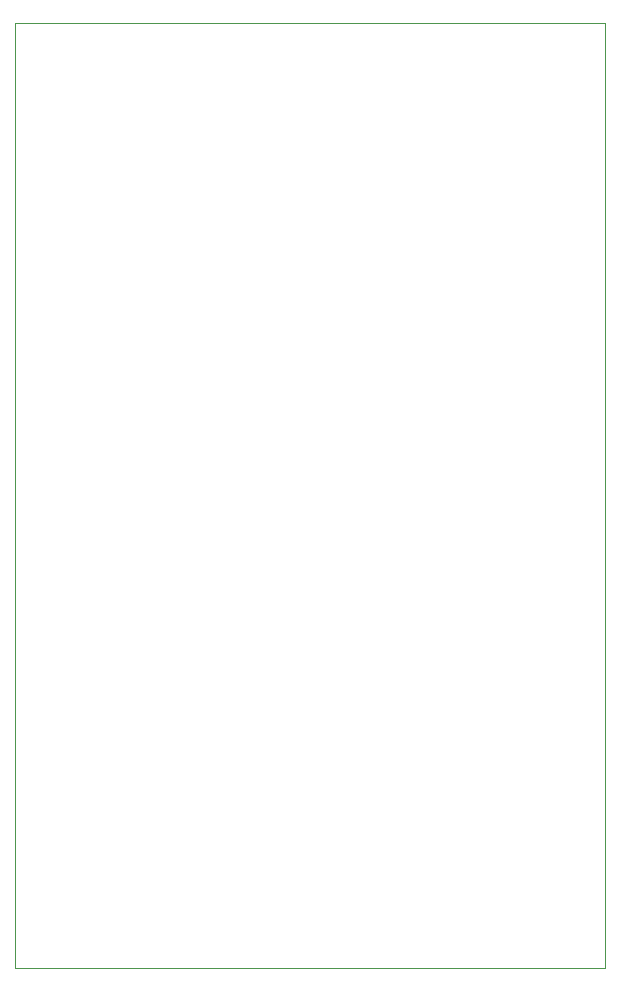
<source format=gbr>
G04*
G04 #@! TF.GenerationSoftware,Altium Limited,Altium Designer,24.4.1 (13)*
G04*
G04 Layer_Color=0*
%FSLAX44Y44*%
%MOMM*%
G71*
G04*
G04 #@! TF.SameCoordinates,35E0C0FB-C19D-4D04-833B-EC0655963EBE*
G04*
G04*
G04 #@! TF.FilePolarity,Positive*
G04*
G01*
G75*
%ADD67C,0.0254*%
D67*
X0Y0D02*
Y800000D01*
X500000D01*
Y0D01*
X0D01*
M02*

</source>
